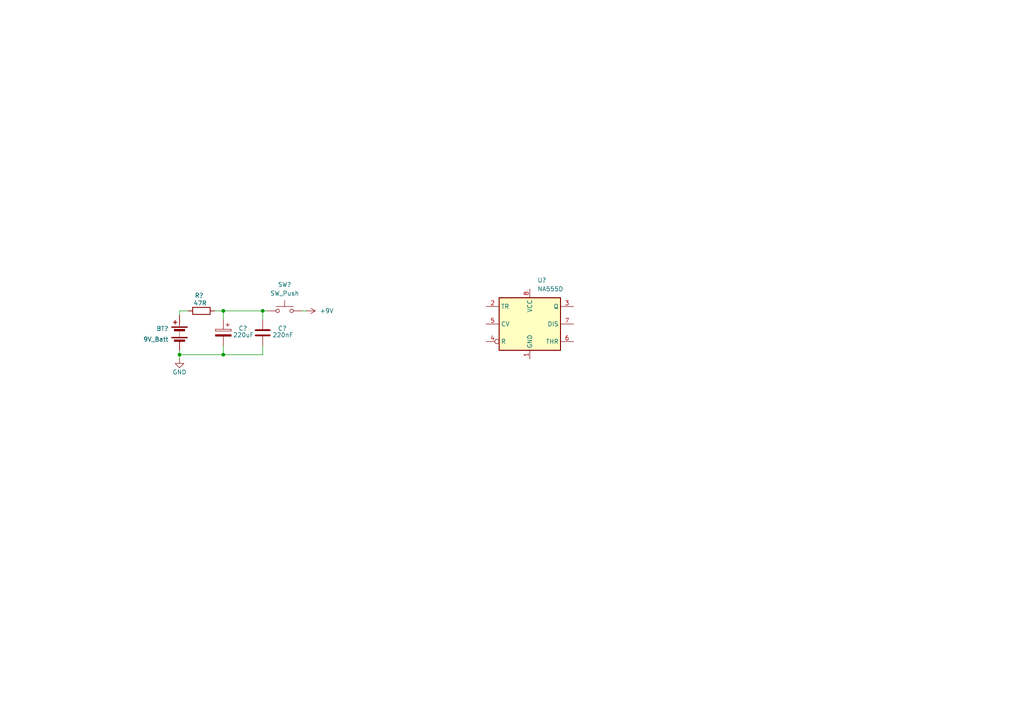
<source format=kicad_sch>
(kicad_sch (version 20231120) (generator "eeschema") (generator_version "8.0")
  (paper "A4")
  (title_block (title "IR Remote") (date "2024-09-17") (rev "v.1.0.0") (comment 3 "IR Remote, School Project "))
  (lib_symbols
    (symbol "Device:Battery" (pin_numbers hide) (pin_names (offset 0) hide)
      (property "Reference" "BT" (at 2.54 2.54 0))
      (property "Value" "Battery" (at 2.54 0 0))
      (symbol "Battery_0_1"
        (rectangle (start -2.286 -1.27) (end 2.286 -1.524) (fill (type outline)))
        (rectangle (start -2.286 1.778) (end 2.286 1.524) (fill (type outline)))
        (rectangle (start -1.524 -2.032) (end 1.524 -2.54) (fill (type outline)))
        (rectangle (start -1.524 1.016) (end 1.524 0.508) (fill (type outline)))
        (polyline (pts (xy 0 -1.016) (xy 0 -0.762)))
        (polyline (pts (xy 0 -0.508) (xy 0 -0.254)))
        (polyline (pts (xy 0 0) (xy 0 0.254)))
        (polyline (pts (xy 0 1.778) (xy 0 2.54)))
        (polyline (pts (xy 0.762 3.048) (xy 1.778 3.048)) (stroke (width 0.254)))
        (polyline (pts (xy 1.27 3.556) (xy 1.27 2.54)) (stroke (width 0.254)))
      )
      (symbol "Battery_1_1"
        (pin passive line (at 0 5.08 270) (length 2.54) (name "+") (number "1"))
        (pin passive line (at 0 -5.08 90) (length 2.54) (name "-") (number "2"))
      )
    )
    (symbol "Device:C" (pin_numbers hide) (pin_names (offset 0.254))
      (property "Reference" "C" (at 0.635 2.54 0))
      (property "Value" "C" (at 0.635 -2.54 0))
      (symbol "C_0_1"
        (polyline (pts (xy -2.032 -0.762) (xy 2.032 -0.762)) (stroke (width 0.508)))
        (polyline (pts (xy -2.032 0.762) (xy 2.032 0.762)) (stroke (width 0.508)))
      )
      (symbol "C_1_1"
        (pin passive line (at 0 3.81 270) (length 2.794) (name "~") (number "1"))
        (pin passive line (at 0 -3.81 90) (length 2.794) (name "~") (number "2"))
      )
    )
    (symbol "Device:C_Polarized" (pin_numbers hide) (pin_names (offset 0.254))
      (property "Reference" "C" (at 0.635 2.54 0))
      (property "Value" "C_Polarized" (at 0.635 -2.54 0))
      (symbol "C_Polarized_0_1"
        (rectangle (start -2.286 0.508) (end 2.286 1.016))
        (polyline (pts (xy -1.778 2.286) (xy -0.762 2.286)))
        (polyline (pts (xy -1.27 2.794) (xy -1.27 1.778)))
        (rectangle (start 2.286 -0.508) (end -2.286 -1.016) (fill (type outline)))
      )
      (symbol "C_Polarized_1_1"
        (pin passive line (at 0 3.81 270) (length 2.794) (name "~") (number "1"))
        (pin passive line (at 0 -3.81 90) (length 2.794) (name "~") (number "2"))
      )
    )
    (symbol "Device:R" (pin_numbers hide) (pin_names (offset 0))
      (property "Reference" "R" (at 2.032 0 90))
      (property "Value" "R" (at 0 0 90))
      (symbol "R_0_1"
        (rectangle (start -1.016 -2.54) (end 1.016 2.54) (stroke (width 0.254)))
      )
      (symbol "R_1_1"
        (pin passive line (at 0 3.81 270) (length 1.27) (name "~") (number "1"))
        (pin passive line (at 0 -3.81 90) (length 1.27) (name "~") (number "2"))
      )
    )
    (symbol "Switch:SW_Push" (pin_numbers hide) (pin_names (offset 1.016) hide)
      (property "Reference" "SW" (at 1.27 2.54 0))
      (property "Value" "SW_Push" (at 0 -1.524 0))
      (symbol "SW_Push_0_1"
        (circle (center -2.032 0) (radius 0.508))
        (polyline (pts (xy 0 1.27) (xy 0 3.048)))
        (polyline (pts (xy 2.54 1.27) (xy -2.54 1.27)))
        (circle (center 2.032 0) (radius 0.508))
        (pin passive line (at -5.08 0 0) (length 2.54) (name "1") (number "1"))
        (pin passive line (at 5.08 0 180) (length 2.54) (name "2") (number "2"))
      )
    )
    (symbol "Timer:NA555D"
      (property "Reference" "U" (at -10.16 8.89 0))
      (property "Value" "NA555D" (at 2.54 8.89 0))
      (symbol "NA555D_0_0"
        (pin power_in line (at 0 -10.16 90) (length 2.54) (name "GND") (number "1"))
        (pin power_in line (at 0 10.16 270) (length 2.54) (name "VCC") (number "8"))
      )
      (symbol "NA555D_0_1"
        (rectangle (start -8.89 -7.62) (end 8.89 7.62) (stroke (width 0.254)) (fill (type background)))
        (rectangle (start -8.89 -7.62) (end 8.89 7.62) (stroke (width 0.254)) (fill (type background)))
      )
      (symbol "NA555D_1_1"
        (pin input line (at -12.7 5.08 0) (length 3.81) (name "TR") (number "2"))
        (pin output line (at 12.7 5.08 180) (length 3.81) (name "Q") (number "3"))
        (pin input inverted (at -12.7 -5.08 0) (length 3.81) (name "R") (number "4"))
        (pin input line (at -12.7 0 0) (length 3.81) (name "CV") (number "5"))
        (pin input line (at 12.7 -5.08 180) (length 3.81) (name "THR") (number "6"))
        (pin input line (at 12.7 0 180) (length 3.81) (name "DIS") (number "7"))
      )
    )
    (symbol "power:+9V" (power) (pin_numbers hide) (pin_names (offset 0) hide)
      (property "Value" "+9V" (at 0 3.556 0))
      (symbol "+9V_0_1"
        (polyline (pts (xy -0.762 1.27) (xy 0 2.54)))
        (polyline (pts (xy 0 0) (xy 0 2.54)))
        (polyline (pts (xy 0 2.54) (xy 0.762 1.27)))
      )
      (symbol "+9V_1_1"
        (pin power_in line (at 0 0 90) (length 0) (name "~") (number "1"))
      )
    )
    (symbol "power:GND" (power) (pin_numbers hide) (pin_names (offset 0) hide)
      (property "Value" "GND" (at 0 -3.81 0))
      (symbol "GND_0_1"
        (polyline (pts (xy 0 0) (xy 0 -1.27) (xy 1.27 -1.27) (xy 0 -2.54) (xy -1.27 -1.27) (xy 0 -1.27)))
      )
      (symbol "GND_1_1"
        (pin power_in line (at 0 0 270) (length 0) (name "~") (number "1"))
      )
    )
  )
  (junction (at 64.77 90.17))
  (junction (at 76.2 90.17))
  (junction (at 52.07 102.87))
  (junction (at 64.77 102.87))
  (wire (pts (xy 76.2 102.87) (xy 76.2 100.33)))
  (wire (pts (xy 64.77 90.17) (xy 62.23 90.17)))
  (wire (pts (xy 52.07 102.87) (xy 52.07 101.6)))
  (wire (pts (xy 52.07 104.14) (xy 52.07 102.87)))
  (wire (pts (xy 64.77 90.17) (xy 64.77 92.71)))
  (wire (pts (xy 76.2 92.71) (xy 76.2 90.17)))
  (wire (pts (xy 52.07 90.17) (xy 54.61 90.17)))
  (wire (pts (xy 52.07 90.17) (xy 52.07 91.44)))
  (wire (pts (xy 64.77 102.87) (xy 76.2 102.87)))
  (wire (pts (xy 64.77 90.17) (xy 76.2 90.17)))
  (wire (pts (xy 64.77 100.33) (xy 64.77 102.87)))
  (wire (pts (xy 88.9 90.17) (xy 87.63 90.17)))
  (wire (pts (xy 52.07 102.87) (xy 64.77 102.87)))
  (wire (pts (xy 76.2 90.17) (xy 77.47 90.17)))
  (symbol (lib_id "Timer:NA555D") (at 153.67 93.98 0) (unit 1)
    (property "Reference" "U?" (at 155.8641 81.28 0) (effects (justify left)))
    (property "Value" "NA555D" (at 155.8641 83.82 0) (effects (justify left)))
    (property "Footprint" "Package_SO:SOIC-8_3.9x4.9mm_P1.27mm" (effects (hide yes)))
    (property "Datasheet" "http://www.ti.com/lit/ds/symlink/ne555.pdf" (effects (hide yes)))
    (property "Description" "Precision Timers, 555 compatible, SOIC-8" (effects (hide yes)))
  )
  (symbol (lib_id "Switch:SW_Push") (at 82.55 90.17 0) (unit 1)
    (property "Reference" "SW?" (at 82.55 82.55 0))
    (property "Value" "SW_Push" (at 82.55 85.09 0))
    (property "Description" "Push button switch, generic, two pins" (effects (hide yes)))
  )
  (symbol (lib_id "Device:Battery") (at 52.07 96.52 0) (mirror y) (unit 1)
    (property "Reference" "BT?" (at 48.895 95.3134 0) (effects (justify left)))
    (property "Value" "9V_Batt" (at 48.895 98.425 0) (effects (justify left)))
    (property "Datasheet" "https://cz.mouser.com/ProductDetail/Keystone-Electronics/1291?qs=sGAEpiMZZMvxqoKe%252BDjhrte%252BlrLaYtz%2F4uAfx4ha%252B%252BM%3D" (effects (hide yes)))
    (property "Description" "Multiple-cell battery" (effects (hide yes)))
  )
  (symbol (lib_id "power:+9V") (at 88.9 90.17 270) (unit 1)
    (property "Reference" "#PWR02" (effects (hide yes)))
    (property "Value" "+9V" (at 92.71 90.1699 90) (effects (justify left)))
    (property "Description" "Power symbol creates a global label with name \"+9V\"" (effects (hide yes)))
  )
  (symbol (lib_id "Device:C_Polarized") (at 64.77 96.52 0) (mirror y) (unit 1)
    (property "Reference" "C?" (at 71.755 95.25 0) (effects (justify left)))
    (property "Value" "220uF" (at 73.66 97.155 0) (effects (justify left)))
    (property "Footprint" "Capacitor_Tantalum_SMD:CP_EIA-3216-18_Kemet-A_Pad1.58x1.35mm_HandSolder" (effects (hide yes)))
  )
  (symbol (lib_id "Device:C") (at 76.2 96.52 180) (unit 1)
    (property "Reference" "C?" (at 83.185 95.25 0) (effects (justify left)))
    (property "Value" "220nF" (at 85.09 97.155 0) (effects (justify left)))
    (property "Footprint" "Capacitor_SMD:C_0805_2012Metric_Pad1.18x1.45mm_HandSolder" (effects (hide yes)))
  )
  (symbol (lib_id "Device:R") (at 58.42 90.17 90) (unit 1)
    (property "Reference" "R?" (at 59.055 85.725 90) (effects (justify left)))
    (property "Value" "47R" (at 60.0075 87.9475 90) (effects (justify left)))
    (property "Footprint" "Resistor_SMD:R_0805_2012Metric_Pad1.20x1.40mm_HandSolder" (effects (hide yes)))
    (property "Description" "Resistor" (effects (hide yes)))
  )
  (symbol (lib_id "power:GND") (at 52.07 104.14 0) (unit 1)
    (property "Reference" "#PWR01" (effects (hide yes)))
    (property "Value" "GND" (at 52.07 107.95 0))
    (property "Description" "Power symbol creates a global label with name \"GND\" , ground" (effects (hide yes)))
  )
)
</source>
